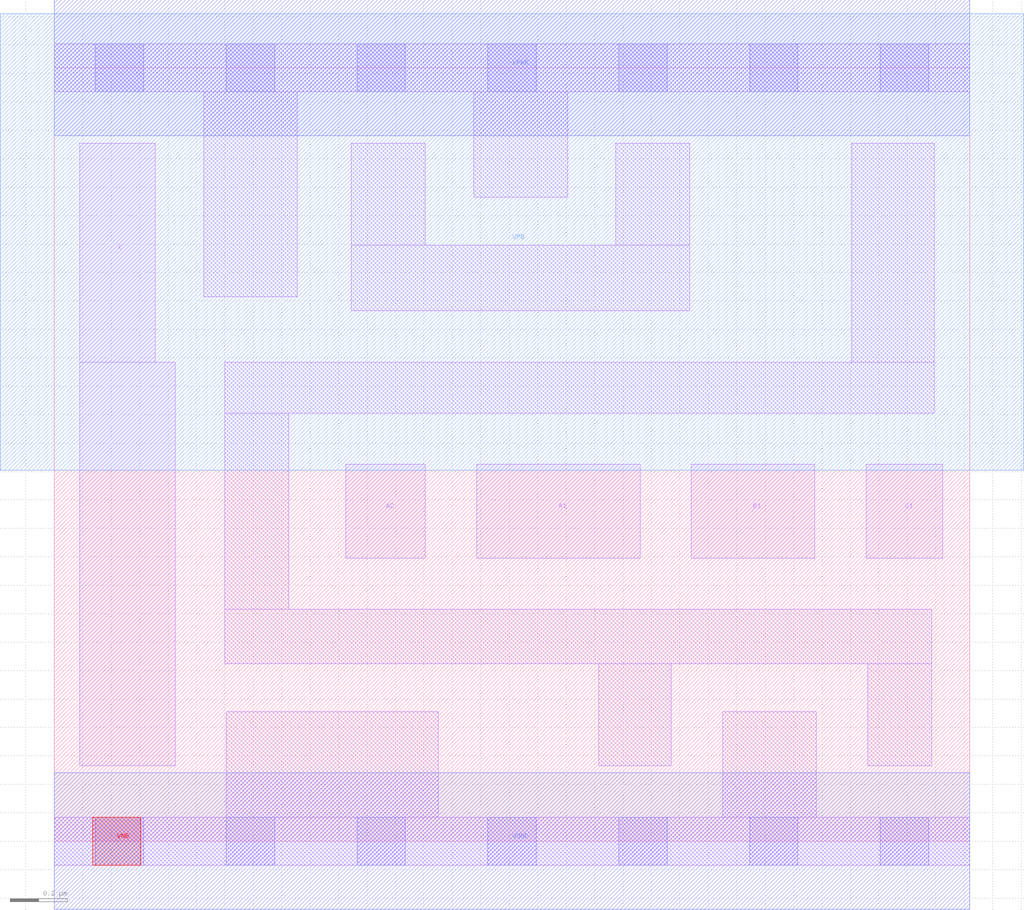
<source format=lef>
# Copyright 2020 The SkyWater PDK Authors
#
# Licensed under the Apache License, Version 2.0 (the "License");
# you may not use this file except in compliance with the License.
# You may obtain a copy of the License at
#
#     https://www.apache.org/licenses/LICENSE-2.0
#
# Unless required by applicable law or agreed to in writing, software
# distributed under the License is distributed on an "AS IS" BASIS,
# WITHOUT WARRANTIES OR CONDITIONS OF ANY KIND, either express or implied.
# See the License for the specific language governing permissions and
# limitations under the License.
#
# SPDX-License-Identifier: Apache-2.0

VERSION 5.7 ;
  NOWIREEXTENSIONATPIN ON ;
  DIVIDERCHAR "/" ;
  BUSBITCHARS "[]" ;
MACRO sky130_fd_sc_hd__a211o_1
  CLASS CORE ;
  FOREIGN sky130_fd_sc_hd__a211o_1 ;
  ORIGIN  0.000000  0.000000 ;
  SIZE  3.220000 BY  2.720000 ;
  SYMMETRY X Y R90 ;
  SITE unithd ;
  PIN A1
    ANTENNAGATEAREA  0.247500 ;
    DIRECTION INPUT ;
    USE SIGNAL ;
    PORT
      LAYER li1 ;
        RECT 1.485000 0.995000 2.060000 1.325000 ;
    END
  END A1
  PIN A2
    ANTENNAGATEAREA  0.247500 ;
    DIRECTION INPUT ;
    USE SIGNAL ;
    PORT
      LAYER li1 ;
        RECT 1.025000 0.995000 1.305000 1.325000 ;
    END
  END A2
  PIN B1
    ANTENNAGATEAREA  0.247500 ;
    DIRECTION INPUT ;
    USE SIGNAL ;
    PORT
      LAYER li1 ;
        RECT 2.240000 0.995000 2.675000 1.325000 ;
    END
  END B1
  PIN C1
    ANTENNAGATEAREA  0.247500 ;
    DIRECTION INPUT ;
    USE SIGNAL ;
    PORT
      LAYER li1 ;
        RECT 2.855000 0.995000 3.125000 1.325000 ;
    END
  END C1
  PIN X
    ANTENNADIFFAREA  0.437250 ;
    DIRECTION OUTPUT ;
    USE SIGNAL ;
    PORT
      LAYER li1 ;
        RECT 0.090000 0.265000 0.425000 1.685000 ;
        RECT 0.090000 1.685000 0.355000 2.455000 ;
    END
  END X
  PIN VGND
    DIRECTION INOUT ;
    SHAPE ABUTMENT ;
    USE GROUND ;
    PORT
      LAYER met1 ;
        RECT 0.000000 -0.240000 3.220000 0.240000 ;
    END
  END VGND
  PIN VNB
    DIRECTION INOUT ;
    USE GROUND ;
    PORT
      LAYER pwell ;
        RECT 0.135000 -0.085000 0.305000 0.085000 ;
    END
  END VNB
  PIN VPB
    DIRECTION INOUT ;
    USE POWER ;
    PORT
      LAYER nwell ;
        RECT -0.190000 1.305000 3.410000 2.910000 ;
    END
  END VPB
  PIN VPWR
    DIRECTION INOUT ;
    SHAPE ABUTMENT ;
    USE POWER ;
    PORT
      LAYER met1 ;
        RECT 0.000000 2.480000 3.220000 2.960000 ;
    END
  END VPWR
  OBS
    LAYER li1 ;
      RECT 0.000000 -0.085000 3.220000 0.085000 ;
      RECT 0.000000  2.635000 3.220000 2.805000 ;
      RECT 0.525000  1.915000 0.855000 2.635000 ;
      RECT 0.600000  0.625000 3.085000 0.815000 ;
      RECT 0.600000  0.815000 0.825000 1.505000 ;
      RECT 0.600000  1.505000 3.095000 1.685000 ;
      RECT 0.605000  0.085000 1.350000 0.455000 ;
      RECT 1.045000  1.865000 2.235000 2.095000 ;
      RECT 1.045000  2.095000 1.305000 2.455000 ;
      RECT 1.475000  2.265000 1.805000 2.635000 ;
      RECT 1.915000  0.265000 2.170000 0.625000 ;
      RECT 1.975000  2.095000 2.235000 2.455000 ;
      RECT 2.350000  0.085000 2.680000 0.455000 ;
      RECT 2.805000  1.685000 3.095000 2.455000 ;
      RECT 2.860000  0.265000 3.085000 0.625000 ;
    LAYER mcon ;
      RECT 0.145000 -0.085000 0.315000 0.085000 ;
      RECT 0.145000  2.635000 0.315000 2.805000 ;
      RECT 0.605000 -0.085000 0.775000 0.085000 ;
      RECT 0.605000  2.635000 0.775000 2.805000 ;
      RECT 1.065000 -0.085000 1.235000 0.085000 ;
      RECT 1.065000  2.635000 1.235000 2.805000 ;
      RECT 1.525000 -0.085000 1.695000 0.085000 ;
      RECT 1.525000  2.635000 1.695000 2.805000 ;
      RECT 1.985000 -0.085000 2.155000 0.085000 ;
      RECT 1.985000  2.635000 2.155000 2.805000 ;
      RECT 2.445000 -0.085000 2.615000 0.085000 ;
      RECT 2.445000  2.635000 2.615000 2.805000 ;
      RECT 2.905000 -0.085000 3.075000 0.085000 ;
      RECT 2.905000  2.635000 3.075000 2.805000 ;
  END
END sky130_fd_sc_hd__a211o_1
END LIBRARY

</source>
